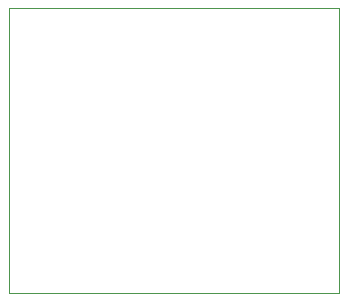
<source format=gbr>
%TF.GenerationSoftware,KiCad,Pcbnew,(6.0.7)*%
%TF.CreationDate,2022-11-20T23:08:14-05:00*%
%TF.ProjectId,LM386_Breakout,4c4d3338-365f-4427-9265-616b6f75742e,rev?*%
%TF.SameCoordinates,Original*%
%TF.FileFunction,Profile,NP*%
%FSLAX46Y46*%
G04 Gerber Fmt 4.6, Leading zero omitted, Abs format (unit mm)*
G04 Created by KiCad (PCBNEW (6.0.7)) date 2022-11-20 23:08:14*
%MOMM*%
%LPD*%
G01*
G04 APERTURE LIST*
%TA.AperFunction,Profile*%
%ADD10C,0.050000*%
%TD*%
G04 APERTURE END LIST*
D10*
X147320000Y-113030000D02*
X175260000Y-113030000D01*
X175260000Y-113030000D02*
X175260000Y-137160000D01*
X175260000Y-137160000D02*
X147320000Y-137160000D01*
X147320000Y-137160000D02*
X147320000Y-113030000D01*
M02*

</source>
